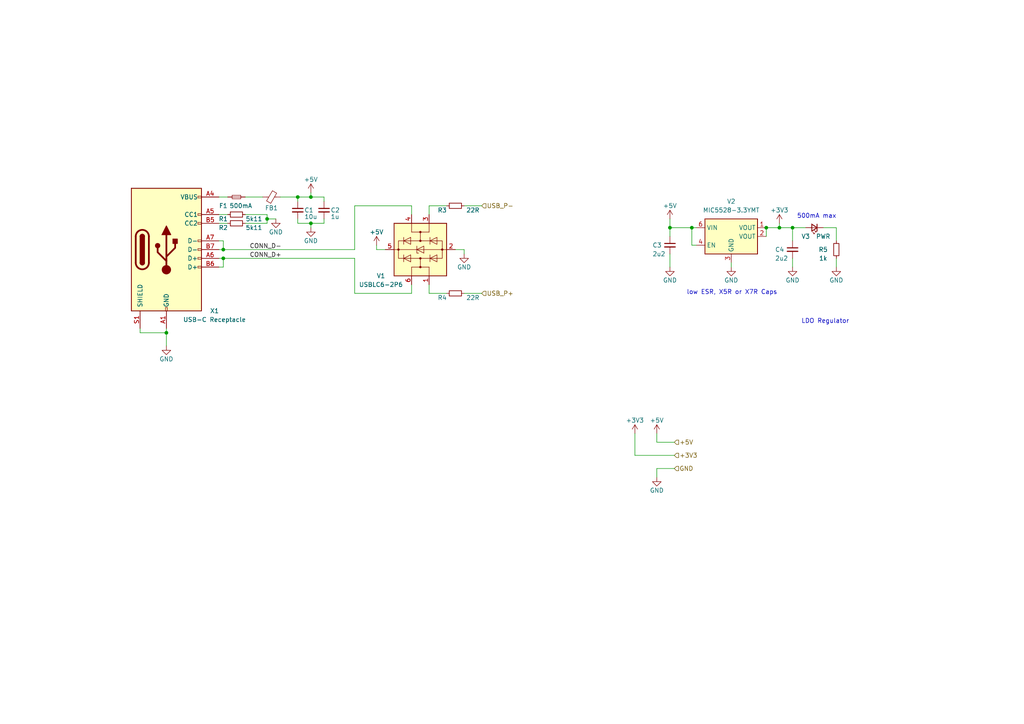
<source format=kicad_sch>
(kicad_sch (version 20230121) (generator eeschema)
  (paper "A4")
  (lib_symbols
    (symbol "Connector:USB_C_Receptacle_USB2.0_14P" (pin_names (offset 1.016))
      (property "Reference" "J" (at 0 22.225 0))
      (property "Value" "USB_C_Receptacle_USB2.0_14P" (at 0 19.685 0))
      (symbol "USB_C_Receptacle_USB2.0_14P_0_0"
        (rectangle (start -0.254 -17.78) (end 0.254 -16.764))
        (rectangle (start 10.16 -4.826) (end 9.144 -5.334))
        (rectangle (start 10.16 -2.286) (end 9.144 -2.794))
        (rectangle (start 10.16 0.254) (end 9.144 -0.254))
        (rectangle (start 10.16 2.794) (end 9.144 2.286))
        (rectangle (start 10.16 7.874) (end 9.144 7.366))
        (rectangle (start 10.16 10.414) (end 9.144 9.906))
        (rectangle (start 10.16 15.494) (end 9.144 14.986))
      )
      (symbol "USB_C_Receptacle_USB2.0_14P_0_1"
        (rectangle (start -10.16 17.78) (end 10.16 -17.78) (stroke (width 0.254)) (fill (type background)))
        (arc (start -8.89 -3.81) (mid -6.985 -5.7067) (end -5.08 -3.81) (stroke (width 0.508)))
        (arc (start -7.62 -3.81) (mid -6.985 -4.4423) (end -6.35 -3.81) (stroke (width 0.254)))
        (arc (start -7.62 -3.81) (mid -6.985 -4.4423) (end -6.35 -3.81) (stroke (width 0.254)) (fill (type outline)))
        (rectangle (start -7.62 -3.81) (end -6.35 3.81) (stroke (width 0.254)) (fill (type outline)))
        (arc (start -6.35 3.81) (mid -6.985 4.4423) (end -7.62 3.81) (stroke (width 0.254)))
        (arc (start -6.35 3.81) (mid -6.985 4.4423) (end -7.62 3.81) (stroke (width 0.254)) (fill (type outline)))
        (arc (start -5.08 3.81) (mid -6.985 5.7067) (end -8.89 3.81) (stroke (width 0.508)))
        (circle (center -2.54 1.143) (radius 0.635) (stroke (width 0.254)) (fill (type outline)))
        (circle (center 0 -5.842) (radius 1.27) (fill (type outline)))
        (polyline (pts (xy -8.89 -3.81) (xy -8.89 3.81)) (stroke (width 0.508)))
        (polyline (pts (xy -5.08 3.81) (xy -5.08 -3.81)) (stroke (width 0.508)))
        (polyline (pts (xy 0 -5.842) (xy 0 4.318)) (stroke (width 0.508)))
        (polyline (pts (xy 0 -3.302) (xy -2.54 -0.762) (xy -2.54 0.508)) (stroke (width 0.508)))
        (polyline (pts (xy 0 -2.032) (xy 2.54 0.508) (xy 2.54 1.778)) (stroke (width 0.508)))
        (polyline (pts (xy -1.27 4.318) (xy 0 6.858) (xy 1.27 4.318) (xy -1.27 4.318)) (stroke (width 0.254)) (fill (type outline)))
        (rectangle (start 1.905 1.778) (end 3.175 3.048) (stroke (width 0.254)) (fill (type outline)))
      )
      (symbol "USB_C_Receptacle_USB2.0_14P_1_1"
        (pin passive line (at 0 -22.86 90) (length 5.08) (name "GND") (number "A1"))
        (pin passive line (at 0 -22.86 90) (length 5.08) hide (name "GND") (number "A12"))
        (pin passive line (at 15.24 15.24 180) (length 5.08) (name "VBUS") (number "A4"))
        (pin bidirectional line (at 15.24 10.16 180) (length 5.08) (name "CC1") (number "A5"))
        (pin bidirectional line (at 15.24 -2.54 180) (length 5.08) (name "D+") (number "A6"))
        (pin bidirectional line (at 15.24 2.54 180) (length 5.08) (name "D-") (number "A7"))
        (pin passive line (at 15.24 15.24 180) (length 5.08) hide (name "VBUS") (number "A9"))
        (pin passive line (at 0 -22.86 90) (length 5.08) hide (name "GND") (number "B1"))
        (pin passive line (at 0 -22.86 90) (length 5.08) hide (name "GND") (number "B12"))
        (pin passive line (at 15.24 15.24 180) (length 5.08) hide (name "VBUS") (number "B4"))
        (pin bidirectional line (at 15.24 7.62 180) (length 5.08) (name "CC2") (number "B5"))
        (pin bidirectional line (at 15.24 -5.08 180) (length 5.08) (name "D+") (number "B6"))
        (pin bidirectional line (at 15.24 0 180) (length 5.08) (name "D-") (number "B7"))
        (pin passive line (at 15.24 15.24 180) (length 5.08) hide (name "VBUS") (number "B9"))
        (pin passive line (at -7.62 -22.86 90) (length 5.08) (name "SHIELD") (number "S1"))
      )
    )
    (symbol "Device:C_Small" (pin_numbers hide) (pin_names (offset 0.254) hide)
      (property "Reference" "C" (at 0.254 1.778 0))
      (property "Value" "C_Small" (at 0.254 -2.032 0))
      (symbol "C_Small_0_1"
        (polyline (pts (xy -1.524 -0.508) (xy 1.524 -0.508)) (stroke (width 0.3302)))
        (polyline (pts (xy -1.524 0.508) (xy 1.524 0.508)) (stroke (width 0.3048)))
      )
      (symbol "C_Small_1_1"
        (pin passive line (at 0 2.54 270) (length 2.032) (name "~") (number "1"))
        (pin passive line (at 0 -2.54 90) (length 2.032) (name "~") (number "2"))
      )
    )
    (symbol "Device:FerriteBead_Small" (pin_numbers hide) (pin_names (offset 0))
      (property "Reference" "FB" (at 1.905 1.27 0))
      (property "Value" "FerriteBead_Small" (at 1.905 -1.27 0))
      (symbol "FerriteBead_Small_0_1"
        (polyline (pts (xy 0 -1.27) (xy 0 -0.7874)))
        (polyline (pts (xy 0 0.889) (xy 0 1.2954)))
        (polyline (pts (xy -1.8288 0.2794) (xy -1.1176 1.4986) (xy 1.8288 -0.2032) (xy 1.1176 -1.4224) (xy -1.8288 0.2794)))
      )
      (symbol "FerriteBead_Small_1_1"
        (pin passive line (at 0 2.54 270) (length 1.27) (name "~") (number "1"))
        (pin passive line (at 0 -2.54 90) (length 1.27) (name "~") (number "2"))
      )
    )
    (symbol "Device:Fuse_Small" (pin_numbers hide) (pin_names (offset 0.254) hide)
      (property "Reference" "F" (at 0 -1.524 0))
      (property "Value" "Fuse_Small" (at 0 1.524 0))
      (symbol "Fuse_Small_0_1"
        (rectangle (start -1.27 0.508) (end 1.27 -0.508))
        (polyline (pts (xy -1.27 0) (xy 1.27 0)))
      )
      (symbol "Fuse_Small_1_1"
        (pin passive line (at -2.54 0 0) (length 1.27) (name "~") (number "1"))
        (pin passive line (at 2.54 0 180) (length 1.27) (name "~") (number "2"))
      )
    )
    (symbol "Device:LED_Small" (pin_numbers hide) (pin_names (offset 0.254) hide)
      (property "Reference" "D" (at -1.27 3.175 0))
      (property "Value" "LED_Small" (at -4.445 -2.54 0))
      (symbol "LED_Small_0_1"
        (polyline (pts (xy -0.762 -1.016) (xy -0.762 1.016)) (stroke (width 0.254)))
        (polyline (pts (xy 1.016 0) (xy -0.762 0)))
        (polyline (pts (xy 0.762 -1.016) (xy -0.762 0) (xy 0.762 1.016) (xy 0.762 -1.016)) (stroke (width 0.254)))
        (polyline (pts (xy 0 0.762) (xy -0.508 1.27) (xy -0.254 1.27) (xy -0.508 1.27) (xy -0.508 1.016)))
        (polyline (pts (xy 0.508 1.27) (xy 0 1.778) (xy 0.254 1.778) (xy 0 1.778) (xy 0 1.524)))
      )
      (symbol "LED_Small_1_1"
        (pin passive line (at -2.54 0 0) (length 1.778) (name "K") (number "1"))
        (pin passive line (at 2.54 0 180) (length 1.778) (name "A") (number "2"))
      )
    )
    (symbol "Device:R_Small" (pin_numbers hide) (pin_names (offset 0.254) hide)
      (property "Reference" "R" (at 0.762 0.508 0))
      (property "Value" "R_Small" (at 0.762 -1.016 0))
      (symbol "R_Small_0_1"
        (rectangle (start -0.762 1.778) (end 0.762 -1.778) (stroke (width 0.2032)))
      )
      (symbol "R_Small_1_1"
        (pin passive line (at 0 2.54 270) (length 0.762) (name "~") (number "1"))
        (pin passive line (at 0 -2.54 90) (length 0.762) (name "~") (number "2"))
      )
    )
    (symbol "Power_Protection:USBLC6-2P6" (pin_names hide)
      (property "Reference" "U" (at 2.54 8.89 0))
      (property "Value" "USBLC6-2P6" (at 2.54 -8.89 0))
      (symbol "USBLC6-2P6_0_1"
        (rectangle (start -7.62 -7.62) (end 7.62 7.62) (stroke (width 0.254)) (fill (type background)))
        (circle (center -5.08 0) (radius 0.254) (fill (type outline)))
        (circle (center -2.54 0) (radius 0.254) (fill (type outline)))
        (rectangle (start -2.54 6.35) (end 2.54 -6.35))
        (circle (center 0 -6.35) (radius 0.254) (fill (type outline)))
        (polyline (pts (xy -5.08 -2.54) (xy -7.62 -2.54)))
        (polyline (pts (xy -5.08 0) (xy -5.08 -2.54)))
        (polyline (pts (xy -5.08 2.54) (xy -7.62 2.54)))
        (polyline (pts (xy -1.524 -2.794) (xy -3.556 -2.794)))
        (polyline (pts (xy -1.524 4.826) (xy -3.556 4.826)))
        (polyline (pts (xy 0 -7.62) (xy 0 -6.35)))
        (polyline (pts (xy 0 -6.35) (xy 0 1.27)))
        (polyline (pts (xy 0 1.27) (xy 0 6.35)))
        (polyline (pts (xy 0 6.35) (xy 0 7.62)))
        (polyline (pts (xy 1.524 -2.794) (xy 3.556 -2.794)))
        (polyline (pts (xy 1.524 4.826) (xy 3.556 4.826)))
        (polyline (pts (xy 5.08 -2.54) (xy 7.62 -2.54)))
        (polyline (pts (xy 5.08 0) (xy 5.08 -2.54)))
        (polyline (pts (xy 5.08 2.54) (xy 7.62 2.54)))
        (polyline (pts (xy -2.54 0) (xy -5.08 0) (xy -5.08 2.54)))
        (polyline (pts (xy 2.54 0) (xy 5.08 0) (xy 5.08 2.54)))
        (polyline (pts (xy -3.556 -4.826) (xy -1.524 -4.826) (xy -2.54 -2.794) (xy -3.556 -4.826)))
        (polyline (pts (xy -3.556 2.794) (xy -1.524 2.794) (xy -2.54 4.826) (xy -3.556 2.794)))
        (polyline (pts (xy -1.016 -1.016) (xy 1.016 -1.016) (xy 0 1.016) (xy -1.016 -1.016)))
        (polyline (pts (xy 1.016 1.016) (xy 0.762 1.016) (xy -1.016 1.016) (xy -1.016 0.508)))
        (polyline (pts (xy 3.556 -4.826) (xy 1.524 -4.826) (xy 2.54 -2.794) (xy 3.556 -4.826)))
        (polyline (pts (xy 3.556 2.794) (xy 1.524 2.794) (xy 2.54 4.826) (xy 3.556 2.794)))
        (circle (center 0 6.35) (radius 0.254) (fill (type outline)))
        (circle (center 2.54 0) (radius 0.254) (fill (type outline)))
        (circle (center 5.08 0) (radius 0.254) (fill (type outline)))
      )
      (symbol "USBLC6-2P6_1_1"
        (pin passive line (at -10.16 -2.54 0) (length 2.54) (name "I/O1") (number "1"))
        (pin passive line (at 0 -10.16 90) (length 2.54) (name "GND") (number "2"))
        (pin passive line (at 10.16 -2.54 180) (length 2.54) (name "I/O2") (number "3"))
        (pin passive line (at 10.16 2.54 180) (length 2.54) (name "I/O2") (number "4"))
        (pin passive line (at 0 10.16 270) (length 2.54) (name "VBUS") (number "5"))
        (pin passive line (at -10.16 2.54 0) (length 2.54) (name "I/O1") (number "6"))
      )
    )
    (symbol "Regulator_Linear:MIC5504-3.3YM5"
      (property "Reference" "V2" (at 0 10.16 0))
      (property "Value" "MIC5528-3.3YMT" (at 0 7.62 0))
      (symbol "MIC5504-3.3YM5_0_1"
        (rectangle (start -7.62 5.08) (end 7.62 -5.08) (stroke (width 0.254)) (fill (type background)))
      )
      (symbol "MIC5504-3.3YM5_1_1"
        (pin power_out line (at 10.16 2.54 180) (length 2.54) (name "VOUT") (number "1"))
        (pin passive line (at 10.16 0 180) (length 2.54) (name "VOUT") (number "2"))
        (pin power_in line (at 0 -7.62 90) (length 2.54) (name "GND") (number "3"))
        (pin input line (at -10.16 -2.54 0) (length 2.54) (name "EN") (number "4"))
        (pin no_connect line (at 7.62 -2.54 180) (length 2.54) hide (name "NC") (number "5"))
        (pin power_in line (at -10.16 2.54 0) (length 2.54) (name "VIN") (number "6"))
        (pin power_in line (at 0 -7.62 90) (length 2.54) hide (name "GND") (number "7"))
      )
    )
    (symbol "power:+3V3" (power) (pin_names (offset 0))
      (property "Value" "+3V3" (at 0 3.556 0))
      (symbol "+3V3_0_1"
        (polyline (pts (xy -0.762 1.27) (xy 0 2.54)))
        (polyline (pts (xy 0 0) (xy 0 2.54)))
        (polyline (pts (xy 0 2.54) (xy 0.762 1.27)))
      )
      (symbol "+3V3_1_1"
        (pin power_in line (at 0 0 90) (length 0) hide (name "+3V3") (number "1"))
      )
    )
    (symbol "power:+5V" (power) (pin_names (offset 0))
      (property "Value" "+5V" (at 0 3.556 0))
      (symbol "+5V_0_1"
        (polyline (pts (xy -0.762 1.27) (xy 0 2.54)))
        (polyline (pts (xy 0 0) (xy 0 2.54)))
        (polyline (pts (xy 0 2.54) (xy 0.762 1.27)))
      )
      (symbol "+5V_1_1"
        (pin power_in line (at 0 0 90) (length 0) hide (name "+5V") (number "1"))
      )
    )
    (symbol "power:GND" (power) (pin_names (offset 0))
      (property "Value" "GND" (at 0 -3.81 0))
      (symbol "GND_0_1"
        (polyline (pts (xy 0 0) (xy 0 -1.27) (xy 1.27 -1.27) (xy 0 -2.54) (xy -1.27 -1.27) (xy 0 -1.27)))
      )
      (symbol "GND_1_1"
        (pin power_in line (at 0 0 270) (length 0) hide (name "GND") (number "1"))
      )
    )
  )
  (junction (at 90.17 57.15))
  (junction (at 222.25 66.04))
  (junction (at 64.77 72.39))
  (junction (at 226.06 66.04))
  (junction (at 200.66 66.04))
  (junction (at 64.77 74.93))
  (junction (at 86.36 57.15))
  (junction (at 48.26 96.52))
  (junction (at 229.87 66.04))
  (junction (at 90.17 64.77))
  (junction (at 194.31 66.04))
  (junction (at 77.47 63.5))
  (wire (pts (xy 194.31 68.58) (xy 194.31 66.04)))
  (wire (pts (xy 119.38 82.55) (xy 119.38 85.09)))
  (wire (pts (xy 93.98 64.77) (xy 93.98 63.5)))
  (wire (pts (xy 86.36 64.77) (xy 90.17 64.77)))
  (wire (pts (xy 194.31 73.66) (xy 194.31 77.47)))
  (wire (pts (xy 229.87 69.85) (xy 229.87 66.04)))
  (wire (pts (xy 63.5 57.15) (xy 66.04 57.15)))
  (wire (pts (xy 109.22 72.39) (xy 111.76 72.39)))
  (wire (pts (xy 64.77 72.39) (xy 63.5 72.39)))
  (wire (pts (xy 195.58 128.27) (xy 190.5 128.27)))
  (wire (pts (xy 109.22 71.12) (xy 109.22 72.39)))
  (wire (pts (xy 90.17 64.77) (xy 93.98 64.77)))
  (wire (pts (xy 71.12 64.77) (xy 77.47 64.77)))
  (wire (pts (xy 190.5 135.89) (xy 190.5 138.43)))
  (wire (pts (xy 134.62 85.09) (xy 139.7 85.09)))
  (wire (pts (xy 124.46 59.69) (xy 129.54 59.69)))
  (wire (pts (xy 64.77 72.39) (xy 102.87 72.39)))
  (wire (pts (xy 102.87 72.39) (xy 102.87 59.69)))
  (wire (pts (xy 200.66 66.04) (xy 201.93 66.04)))
  (wire (pts (xy 190.5 128.27) (xy 190.5 125.73)))
  (wire (pts (xy 194.31 63.5) (xy 194.31 66.04)))
  (wire (pts (xy 222.25 66.04) (xy 226.06 66.04)))
  (wire (pts (xy 195.58 132.08) (xy 184.15 132.08)))
  (wire (pts (xy 48.26 96.52) (xy 48.26 100.33)))
  (wire (pts (xy 86.36 63.5) (xy 86.36 64.77)))
  (wire (pts (xy 64.77 77.47) (xy 63.5 77.47)))
  (wire (pts (xy 124.46 85.09) (xy 129.54 85.09)))
  (wire (pts (xy 77.47 62.23) (xy 77.47 63.5)))
  (wire (pts (xy 102.87 59.69) (xy 119.38 59.69)))
  (wire (pts (xy 71.12 57.15) (xy 76.2 57.15)))
  (wire (pts (xy 124.46 82.55) (xy 124.46 85.09)))
  (wire (pts (xy 90.17 57.15) (xy 93.98 57.15)))
  (wire (pts (xy 64.77 74.93) (xy 102.87 74.93)))
  (wire (pts (xy 222.25 68.58) (xy 222.25 66.04)))
  (wire (pts (xy 229.87 77.47) (xy 229.87 74.93)))
  (wire (pts (xy 194.31 66.04) (xy 200.66 66.04)))
  (wire (pts (xy 134.62 73.66) (xy 134.62 72.39)))
  (wire (pts (xy 242.57 66.04) (xy 238.76 66.04)))
  (wire (pts (xy 63.5 62.23) (xy 66.04 62.23)))
  (wire (pts (xy 102.87 85.09) (xy 119.38 85.09)))
  (wire (pts (xy 134.62 72.39) (xy 132.08 72.39)))
  (wire (pts (xy 229.87 66.04) (xy 233.68 66.04)))
  (wire (pts (xy 63.5 69.85) (xy 64.77 69.85)))
  (wire (pts (xy 64.77 69.85) (xy 64.77 72.39)))
  (wire (pts (xy 77.47 63.5) (xy 80.01 63.5)))
  (wire (pts (xy 86.36 58.42) (xy 86.36 57.15)))
  (wire (pts (xy 184.15 132.08) (xy 184.15 125.73)))
  (wire (pts (xy 200.66 71.12) (xy 200.66 66.04)))
  (wire (pts (xy 40.64 96.52) (xy 48.26 96.52)))
  (wire (pts (xy 212.09 77.47) (xy 212.09 76.2)))
  (wire (pts (xy 93.98 58.42) (xy 93.98 57.15)))
  (wire (pts (xy 81.28 57.15) (xy 86.36 57.15)))
  (wire (pts (xy 90.17 64.77) (xy 90.17 66.04)))
  (wire (pts (xy 64.77 74.93) (xy 64.77 77.47)))
  (wire (pts (xy 242.57 74.93) (xy 242.57 77.47)))
  (wire (pts (xy 71.12 62.23) (xy 77.47 62.23)))
  (wire (pts (xy 195.58 135.89) (xy 190.5 135.89)))
  (wire (pts (xy 226.06 64.77) (xy 226.06 66.04)))
  (wire (pts (xy 102.87 74.93) (xy 102.87 85.09)))
  (wire (pts (xy 119.38 59.69) (xy 119.38 62.23)))
  (wire (pts (xy 242.57 69.85) (xy 242.57 66.04)))
  (wire (pts (xy 134.62 59.69) (xy 139.7 59.69)))
  (wire (pts (xy 77.47 63.5) (xy 77.47 64.77)))
  (wire (pts (xy 63.5 74.93) (xy 64.77 74.93)))
  (wire (pts (xy 86.36 57.15) (xy 90.17 57.15)))
  (wire (pts (xy 201.93 71.12) (xy 200.66 71.12)))
  (wire (pts (xy 226.06 66.04) (xy 229.87 66.04)))
  (wire (pts (xy 90.17 55.88) (xy 90.17 57.15)))
  (wire (pts (xy 40.64 95.25) (xy 40.64 96.52)))
  (wire (pts (xy 124.46 59.69) (xy 124.46 62.23)))
  (wire (pts (xy 48.26 95.25) (xy 48.26 96.52)))
  (wire (pts (xy 63.5 64.77) (xy 66.04 64.77)))
  (text "LDO Regulator" (at 232.41 93.98 0) (effects (font (size 1.27 1.27)) (justify left bottom)))
  (text "low ESR, X5R or X7R Caps" (at 199.136 85.598 0) (effects (font (size 1.27 1.27)) (justify left bottom)))
  (text "500mA max" (at 231.14 63.5 0) (effects (font (size 1.27 1.27)) (justify left bottom)))
  (label "CONN_D-" (at 72.39 72.39 0))
  (label "CONN_D+" (at 72.39 74.93 0))
  (hierarchical_label "+3V3" (shape input) (at 195.58 132.08 0))
  (hierarchical_label "USB_P-" (shape input) (at 139.7 59.69 0))
  (hierarchical_label "GND" (shape input) (at 195.58 135.89 0))
  (hierarchical_label "+5V" (shape input) (at 195.58 128.27 0))
  (hierarchical_label "USB_P+" (shape input) (at 139.7 85.09 0))
  (symbol (lib_id "power:+5V") (at 194.31 63.5 0) (unit 1)
    (property "Reference" "#PWR010" (effects hide))
    (property "Value" "+5V" (at 194.31 59.69 0))
  )
  (symbol (lib_id "Power_Protection:USBLC6-2P6") (at 121.92 72.39 90) (unit 1)
    (property "Reference" "V1" (at 110.49 80.01 90))
    (property "Value" "USBLC6-2P6" (at 110.49 82.55 90))
    (property "Footprint" "Package_TO_SOT_SMD:SOT-666" (effects hide))
    (property "Datasheet" "https://www.st.com/resource/en/datasheet/usblc6-2.pdf" (effects hide))
  )
  (symbol (lib_id "Device:R_Small") (at 68.58 64.77 90) (unit 1)
    (property "Reference" "R2" (at 64.77 66.04 90))
    (property "Value" "5k11" (at 73.66 66.04 90))
    (property "Footprint" "Resistor_SMD:R_0402_1005Metric" (effects hide))
  )
  (symbol (lib_id "power:GND") (at 90.17 66.04 0) (unit 1)
    (property "Reference" "#PWR04" (effects hide))
    (property "Value" "GND" (at 90.17 69.85 0))
  )
  (symbol (lib_id "power:GND") (at 48.26 100.33 0) (unit 1)
    (property "Reference" "#PWR01" (effects hide))
    (property "Value" "GND" (at 48.26 104.14 0))
  )
  (symbol (lib_id "power:+5V") (at 109.22 71.12 0) (unit 1)
    (property "Reference" "#PWR05" (effects hide))
    (property "Value" "+5V" (at 109.22 67.31 0))
  )
  (symbol (lib_id "power:+5V") (at 190.5 125.73 0) (unit 1)
    (property "Reference" "#PWR08" (effects hide))
    (property "Value" "+5V" (at 190.5 121.92 0))
  )
  (symbol (lib_id "Device:C_Small") (at 93.98 60.96 0) (unit 1)
    (property "Reference" "C2" (at 95.885 60.96 0) (effects (justify left)))
    (property "Value" "1u" (at 95.885 62.865 0) (effects (justify left)))
    (property "Footprint" "Capacitor_SMD:C_0402_1005Metric" (effects hide))
  )
  (symbol (lib_id "Device:R_Small") (at 242.57 72.39 0) (unit 1)
    (property "Reference" "R5" (at 238.76 72.39 0))
    (property "Value" "1k" (at 238.76 74.93 0))
    (property "Footprint" "Resistor_SMD:R_0402_1005Metric" (effects hide))
  )
  (symbol (lib_id "Device:Fuse_Small") (at 68.58 57.15 0) (unit 1)
    (property "Reference" "F1" (at 64.77 59.69 0))
    (property "Value" "500mA" (at 69.85 59.69 0))
    (property "Footprint" "Fuse:Fuse_0805_2012Metric" (effects hide))
  )
  (symbol (lib_id "Connector:USB_C_Receptacle_USB2.0_14P") (at 48.26 72.39 0) (unit 1)
    (property "Reference" "X1" (at 62.23 90.17 0))
    (property "Value" "USB-C Receptacle" (at 62.23 92.71 0))
    (property "Footprint" "myLib:USB_C_Receptacle_G-Switch_GT-USB-7010ASV" (effects hide))
    (property "Datasheet" "https://www.usb.org/sites/default/files/documents/usb_type-c.zip" (effects hide))
  )
  (symbol (lib_id "power:+3V3") (at 184.15 125.73 0) (unit 1)
    (property "Reference" "#PWR07" (effects hide))
    (property "Value" "+3V3" (at 184.15 121.92 0))
  )
  (symbol (lib_id "power:GND") (at 190.5 138.43 0) (unit 1)
    (property "Reference" "#PWR09" (effects hide))
    (property "Value" "GND" (at 190.5 142.24 0))
  )
  (symbol (lib_id "Regulator_Linear:MIC5504-3.3YM5") (at 212.09 68.58 0) (unit 1)
    (property "Reference" "V2" (at 212.09 58.42 0))
    (property "Value" "MIC5528-3.3YMT" (at 212.09 60.96 0))
    (property "Footprint" "ft4232_footprints:DFN-6-1EP_1.2x1.2mm_P0.4mm_EP0.3x0.94mm_PullBack" (effects hide))
    (property "Datasheet" "http://ww1.microchip.com/downloads/en/DeviceDoc/MIC550X.pdf" (effects hide))
  )
  (symbol (lib_id "power:+3V3") (at 226.06 64.77 0) (unit 1)
    (property "Reference" "#PWR013" (effects hide))
    (property "Value" "+3V3" (at 226.06 60.96 0))
  )
  (symbol (lib_id "power:GND") (at 80.01 63.5 0) (unit 1)
    (property "Reference" "#PWR02" (effects hide))
    (property "Value" "GND" (at 80.01 67.31 0))
  )
  (symbol (lib_id "Device:R_Small") (at 68.58 62.23 90) (unit 1)
    (property "Reference" "R1" (at 64.77 63.5 90))
    (property "Value" "5k11" (at 73.66 63.5 90))
    (property "Footprint" "Resistor_SMD:R_0402_1005Metric" (effects hide))
  )
  (symbol (lib_id "Device:LED_Small") (at 236.22 66.04 180) (unit 1)
    (property "Reference" "V3" (at 233.68 68.58 0))
    (property "Value" "PWR" (at 238.76 68.58 0))
    (property "Footprint" "LED_SMD:LED_0603_1608Metric" (effects hide))
  )
  (symbol (lib_id "power:GND") (at 194.31 77.47 0) (unit 1)
    (property "Reference" "#PWR011" (effects hide))
    (property "Value" "GND" (at 194.31 81.28 0))
  )
  (symbol (lib_id "Device:R_Small") (at 132.08 59.69 90) (unit 1)
    (property "Reference" "R3" (at 128.27 60.96 90))
    (property "Value" "22R" (at 137.16 60.96 90))
    (property "Footprint" "Resistor_SMD:R_0402_1005Metric" (effects hide))
  )
  (symbol (lib_id "Device:C_Small") (at 86.36 60.96 0) (unit 1)
    (property "Reference" "C1" (at 88.265 60.96 0) (effects (justify left)))
    (property "Value" "10u" (at 88.265 62.865 0) (effects (justify left)))
    (property "Footprint" "Capacitor_SMD:C_0402_1005Metric" (effects hide))
  )
  (symbol (lib_id "power:+5V") (at 90.17 55.88 0) (unit 1)
    (property "Reference" "#PWR03" (effects hide))
    (property "Value" "+5V" (at 90.17 52.07 0))
  )
  (symbol (lib_id "power:GND") (at 229.87 77.47 0) (unit 1)
    (property "Reference" "#PWR014" (effects hide))
    (property "Value" "GND" (at 229.87 81.28 0))
  )
  (symbol (lib_id "power:GND") (at 242.57 77.47 0) (unit 1)
    (property "Reference" "#PWR015" (effects hide))
    (property "Value" "GND" (at 242.57 81.28 0))
  )
  (symbol (lib_id "power:GND") (at 134.62 73.66 0) (unit 1)
    (property "Reference" "#PWR06" (effects hide))
    (property "Value" "GND" (at 134.62 77.47 0))
  )
  (symbol (lib_id "Device:C_Small") (at 194.31 71.12 0) (unit 1)
    (property "Reference" "C3" (at 189.23 71.12 0) (effects (justify left)))
    (property "Value" "2u2" (at 189.23 73.66 0) (effects (justify left)))
    (property "Footprint" "Capacitor_SMD:C_0402_1005Metric" (effects hide))
  )
  (symbol (lib_id "power:GND") (at 212.09 77.47 0) (unit 1)
    (property "Reference" "#PWR012" (effects hide))
    (property "Value" "GND" (at 212.09 81.28 0))
  )
  (symbol (lib_id "Device:FerriteBead_Small") (at 78.74 57.15 270) (unit 1)
    (property "Reference" "FB1" (at 78.74 60.325 90))
    (property "Value" "FerriteBead_Small" (effects hide))
    (property "Footprint" "Inductor_SMD:L_0603_1608Metric" (effects hide))
  )
  (symbol (lib_id "Device:R_Small") (at 132.08 85.09 90) (unit 1)
    (property "Reference" "R4" (at 128.27 86.36 90))
    (property "Value" "22R" (at 137.16 86.36 90))
    (property "Footprint" "Resistor_SMD:R_0402_1005Metric" (effects hide))
  )
  (symbol (lib_id "Device:C_Small") (at 229.87 72.39 0) (unit 1)
    (property "Reference" "C4" (at 224.79 72.39 0) (effects (justify left)))
    (property "Value" "2u2" (at 224.79 74.93 0) (effects (justify left)))
    (property "Footprint" "Capacitor_SMD:C_0402_1005Metric" (effects hide))
  )
)
</source>
